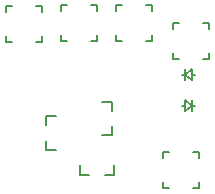
<source format=gto>
G75*
G70*
%OFA0B0*%
%FSLAX24Y24*%
%IPPOS*%
%LPD*%
%AMOC8*
5,1,8,0,0,1.08239X$1,22.5*
%
%ADD10C,0.0060*%
%ADD11C,0.0050*%
D10*
X002337Y002209D02*
X002337Y002510D01*
X002337Y002209D02*
X002670Y002209D01*
X003478Y001688D02*
X003478Y001355D01*
X003789Y001355D01*
X004297Y001355D02*
X004598Y001355D01*
X004598Y001688D01*
X004550Y002685D02*
X004217Y002685D01*
X004550Y002685D02*
X004550Y002996D01*
X004550Y003504D02*
X004550Y003805D01*
X004217Y003805D01*
X002670Y003329D02*
X002337Y003329D01*
X002337Y003018D01*
X002214Y005793D02*
X002014Y005793D01*
X002214Y005793D02*
X002214Y005993D01*
X002857Y006032D02*
X002857Y005832D01*
X003057Y005832D01*
X003857Y005832D02*
X004057Y005832D01*
X004057Y006032D01*
X004674Y006032D02*
X004674Y005832D01*
X004874Y005832D01*
X005674Y005832D02*
X005874Y005832D01*
X005874Y006032D01*
X006589Y006247D02*
X006589Y006447D01*
X006789Y006447D01*
X007589Y006447D02*
X007789Y006447D01*
X007789Y006247D01*
X007789Y005447D02*
X007789Y005247D01*
X007589Y005247D01*
X006789Y005247D02*
X006589Y005247D01*
X006589Y005447D01*
X005874Y006832D02*
X005874Y007032D01*
X005674Y007032D01*
X004874Y007032D02*
X004674Y007032D01*
X004674Y006832D01*
X004057Y006832D02*
X004057Y007032D01*
X003857Y007032D01*
X003057Y007032D02*
X002857Y007032D01*
X002857Y006832D01*
X002214Y006793D02*
X002214Y006993D01*
X002014Y006993D01*
X001214Y006993D02*
X001014Y006993D01*
X001014Y006793D01*
X001014Y005993D02*
X001014Y005793D01*
X001214Y005793D01*
X006260Y002117D02*
X006460Y002117D01*
X006260Y002117D02*
X006260Y001917D01*
X007260Y002117D02*
X007460Y002117D01*
X007460Y001917D01*
X007460Y001117D02*
X007460Y000917D01*
X007260Y000917D01*
X006460Y000917D02*
X006260Y000917D01*
X006260Y001117D01*
D11*
X006972Y003494D02*
X007222Y003682D01*
X007318Y003682D01*
X007222Y003682D02*
X007222Y003494D01*
X006972Y003494D02*
X006972Y003682D01*
X006876Y003682D01*
X006972Y003682D02*
X006972Y003869D01*
X007222Y003682D01*
X007222Y003869D01*
X007222Y004518D02*
X007222Y004706D01*
X007318Y004706D01*
X007222Y004706D02*
X007222Y004893D01*
X006972Y004706D01*
X006876Y004706D01*
X006972Y004706D02*
X006972Y004893D01*
X006972Y004706D02*
X006972Y004518D01*
X006972Y004706D02*
X007222Y004518D01*
M02*

</source>
